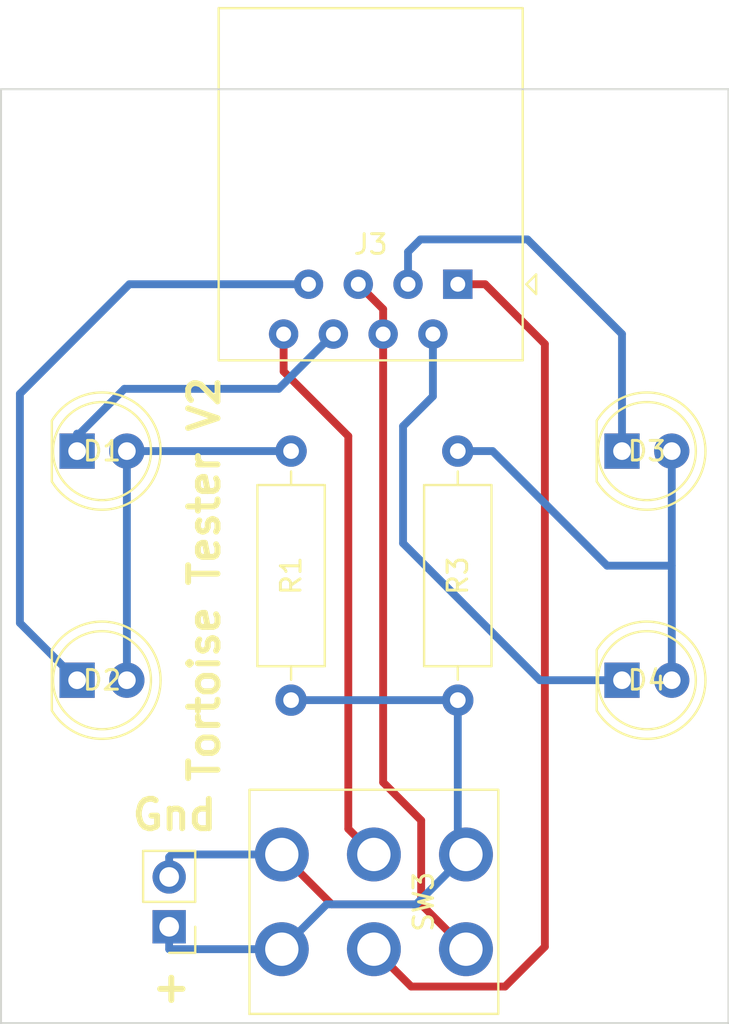
<source format=kicad_pcb>
(kicad_pcb (version 20221018) (generator pcbnew)
  (layers (0 "F.Cu" signal) (31 "B.Cu" signal) (34 "B.Paste" user) (35 "F.Paste" user) (36 "B.SilkS" user "B.Silkscreen") (37 "F.SilkS" user "F.Silkscreen") (38 "B.Mask" user) (39 "F.Mask" user) (44 "Edge.Cuts" user))
  (net 0 "")
  (net 1 "PA1")
  (net 2 "Net-(D1-A)")
  (net 3 "PA2")
  (net 4 "PB1")
  (net 5 "Net-(D3-A)")
  (net 6 "PB2")
  (net 7 "+VDC")
  (net 8 "WA")
  (net 9 "MB")
  (net 10 "MA")
  (footprint "LED_THT:LED_D5.0mm" (layer "F.Cu") (at 133.223 85.725)
    (fp_text reference "D2" (at 1.27 0) (layer "F.SilkS"))
    (fp_text value "LED")
    (fp_line (start -1.29 -1.545) (end -1.29 1.545) (stroke (width 0.12)) (layer "F.SilkS"))
    (fp_arc (start -1.29 -1.54483) (mid 2.072002 -2.880433) (end 4.26 0.000462) (stroke (width 0.12)) (layer "F.SilkS"))
    (fp_arc (start 4.26 -0.000462) (mid 2.072002 2.880433) (end -1.29 1.54483) (stroke (width 0.12)) (layer "F.SilkS"))
    (fp_circle (center 1.27 0) (end 3.77 0) (stroke (width 0.12)) (fill none) (layer "F.SilkS"))
    (pad "1" thru_hole rect (at 0 0) (size 1.8 1.8) (drill 0.9) (layers "*.Cu" "*.Mask") (net 3 "PA2"))
    (pad "2" thru_hole circle (at 2.54 0) (size 1.8 1.8) (drill 0.9) (layers "*.Cu" "*.Mask") (net 2 "Net-(D1-A)"))
  )
  (footprint "MountingHole:MountingHole_3.2mm_M3" (layer "F.Cu") (at 162.56 60.833)
    (fp_text reference "H2" hide)
    (fp_text value "MountingHole" hide)
    (pad "" np_thru_hole circle (at 0 0) (size 3.2 3.2) (drill 3.2) (layers "*.Cu" "*.Mask"))
  )
  (footprint "Resistor_THT:R_Axial_DIN0309_L9.0mm_D3.2mm_P12.70mm_Horizontal" (layer "F.Cu") (at 152.654 74.041 -90)
    (fp_text reference "R3" (at 6.35 0 90) (layer "F.SilkS"))
    (fp_text value "R")
    (fp_line (start 1.04 0) (end 1.73 0) (stroke (width 0.12)) (layer "F.SilkS"))
    (fp_line (start 1.73 -1.72) (end 1.73 1.72) (stroke (width 0.12)) (layer "F.SilkS"))
    (fp_line (start 1.73 1.72) (end 10.97 1.72) (stroke (width 0.12)) (layer "F.SilkS"))
    (fp_line (start 10.97 -1.72) (end 1.73 -1.72) (stroke (width 0.12)) (layer "F.SilkS"))
    (fp_line (start 10.97 1.72) (end 10.97 -1.72) (stroke (width 0.12)) (layer "F.SilkS"))
    (fp_line (start 11.66 0) (end 10.97 0) (stroke (width 0.12)) (layer "F.SilkS"))
    (pad "1" thru_hole circle (at 0 0 270) (size 1.6 1.6) (drill 0.8) (layers "*.Cu" "*.Mask") (net 5 "Net-(D3-A)"))
    (pad "2" thru_hole oval (at 12.7 0 270) (size 1.6 1.6) (drill 0.8) (layers "*.Cu" "*.Mask") (net 7 "+VDC"))
  )
  (footprint "Connector_PinHeader_2.54mm:PinHeader_1x02_P2.54mm_Vertical" (layer "F.Cu") (at 137.922 98.298 180)
    (fp_text reference "J2" hide)
    (fp_text value "Conn_01x02" hide)
    (fp_line (start -1.33 -1.33) (end 0 -1.33) (stroke (width 0.12)) (layer "F.SilkS"))
    (fp_line (start -1.33 0) (end -1.33 -1.33) (stroke (width 0.12)) (layer "F.SilkS"))
    (fp_line (start -1.33 1.27) (end -1.33 3.87) (stroke (width 0.12)) (layer "F.SilkS"))
    (fp_line (start -1.33 1.27) (end 1.33 1.27) (stroke (width 0.12)) (layer "F.SilkS"))
    (fp_line (start -1.33 3.87) (end 1.33 3.87) (stroke (width 0.12)) (layer "F.SilkS"))
    (fp_line (start 1.33 1.27) (end 1.33 3.87) (stroke (width 0.12)) (layer "F.SilkS"))
    (pad "1" thru_hole rect (at 0 0 180) (size 1.7 1.7) (drill 1) (layers "*.Cu" "*.Mask") (net 7 "+VDC"))
    (pad "2" thru_hole oval (at 0 2.54 180) (size 1.7 1.7) (drill 1) (layers "*.Cu" "*.Mask") (net 8 "WA"))
  )
  (footprint "LED_THT:LED_D5.0mm" (layer "F.Cu") (at 133.223 74.041)
    (fp_text reference "D1" (at 1.27 0) (layer "F.SilkS"))
    (fp_text value "LED")
    (fp_line (start -1.29 -1.545) (end -1.29 1.545) (stroke (width 0.12)) (layer "F.SilkS"))
    (fp_arc (start -1.29 -1.54483) (mid 2.072002 -2.880433) (end 4.26 0.000462) (stroke (width 0.12)) (layer "F.SilkS"))
    (fp_arc (start 4.26 -0.000462) (mid 2.072002 2.880433) (end -1.29 1.54483) (stroke (width 0.12)) (layer "F.SilkS"))
    (fp_circle (center 1.27 0) (end 3.77 0) (stroke (width 0.12)) (fill none) (layer "F.SilkS"))
    (pad "1" thru_hole rect (at 0 0) (size 1.8 1.8) (drill 0.9) (layers "*.Cu" "*.Mask") (net 1 "PA1"))
    (pad "2" thru_hole circle (at 2.54 0) (size 1.8 1.8) (drill 0.9) (layers "*.Cu" "*.Mask") (net 2 "Net-(D1-A)"))
  )
  (footprint "MountingHole:MountingHole_3.2mm_M3" (layer "F.Cu") (at 133.477 60.833)
    (fp_text reference "H1" hide)
    (fp_text value "MountingHole" hide)
    (pad "" np_thru_hole circle (at 0 0) (size 3.2 3.2) (drill 3.2) (layers "*.Cu" "*.Mask"))
  )
  (footprint "LED_THT:LED_D5.0mm" (layer "F.Cu") (at 161.036 74.041)
    (fp_text reference "D3" (at 1.27 0) (layer "F.SilkS"))
    (fp_text value "LED")
    (fp_line (start -1.29 -1.545) (end -1.29 1.545) (stroke (width 0.12)) (layer "F.SilkS"))
    (fp_arc (start -1.29 -1.54483) (mid 2.072002 -2.880433) (end 4.26 0.000462) (stroke (width 0.12)) (layer "F.SilkS"))
    (fp_arc (start 4.26 -0.000462) (mid 2.072002 2.880433) (end -1.29 1.54483) (stroke (width 0.12)) (layer "F.SilkS"))
    (fp_circle (center 1.27 0) (end 3.77 0) (stroke (width 0.12)) (fill none) (layer "F.SilkS"))
    (pad "1" thru_hole rect (at 0 0) (size 1.8 1.8) (drill 0.9) (layers "*.Cu" "*.Mask") (net 4 "PB1"))
    (pad "2" thru_hole circle (at 2.54 0) (size 1.8 1.8) (drill 0.9) (layers "*.Cu" "*.Mask") (net 5 "Net-(D3-A)"))
  )
  (footprint "Resistor_THT:R_Axial_DIN0309_L9.0mm_D3.2mm_P12.70mm_Horizontal" (layer "F.Cu") (at 144.145 74.041 -90)
    (fp_text reference "R1" (at 6.35 0 90) (layer "F.SilkS"))
    (fp_text value "R")
    (fp_line (start 1.04 0) (end 1.73 0) (stroke (width 0.12)) (layer "F.SilkS"))
    (fp_line (start 1.73 -1.72) (end 1.73 1.72) (stroke (width 0.12)) (layer "F.SilkS"))
    (fp_line (start 1.73 1.72) (end 10.97 1.72) (stroke (width 0.12)) (layer "F.SilkS"))
    (fp_line (start 10.97 -1.72) (end 1.73 -1.72) (stroke (width 0.12)) (layer "F.SilkS"))
    (fp_line (start 10.97 1.72) (end 10.97 -1.72) (stroke (width 0.12)) (layer "F.SilkS"))
    (fp_line (start 11.66 0) (end 10.97 0) (stroke (width 0.12)) (layer "F.SilkS"))
    (pad "1" thru_hole circle (at 0 0 270) (size 1.6 1.6) (drill 0.8) (layers "*.Cu" "*.Mask") (net 2 "Net-(D1-A)"))
    (pad "2" thru_hole oval (at 12.7 0 270) (size 1.6 1.6) (drill 0.8) (layers "*.Cu" "*.Mask") (net 7 "+VDC"))
  )
  (footprint "my footprints:DPDT Switch PTH" (layer "F.Cu") (at 148.3715 97.026 90)
    (fp_text reference "SW3" (at 0 2.54 90 unlocked) (layer "F.SilkS"))
    (fp_text value "SW_DPDT_x2")
    (fp_rect (start -5.715 -6.35) (end 5.715 6.35) (stroke (width 0.12)) (fill none) (layer "F.SilkS"))
    (pad "1" thru_hole circle (at -2.415 -4.7 90) (size 2.75 2.75) (drill 1.7) (layers "*.Cu" "*.Mask") (net 7 "+VDC"))
    (pad "2" thru_hole circle (at -2.415 0 90) (size 2.75 2.75) (drill 1.7) (layers "*.Cu" "*.Mask") (net 9 "MB"))
    (pad "3" thru_hole circle (at -2.415 4.7 90) (size 2.75 2.75) (drill 1.7) (layers "*.Cu" "*.Mask") (net 8 "WA"))
    (pad "4" thru_hole circle (at 2.415 -4.7 90) (size 2.75 2.75) (drill 1.7) (layers "*.Cu" "*.Mask") (net 8 "WA"))
    (pad "5" thru_hole circle (at 2.415 0 90) (size 2.75 2.75) (drill 1.7) (layers "*.Cu" "*.Mask") (net 10 "MA"))
    (pad "6" thru_hole circle (at 2.415 4.7 90) (size 2.75 2.75) (drill 1.7) (layers "*.Cu" "*.Mask") (net 7 "+VDC"))
  )
  (footprint "Connector_RJ:RJ45_Amphenol_54602-x08_Horizontal" (layer "F.Cu") (at 152.654 65.532 180)
    (fp_text reference "J3" (at 4.445 2.032) (layer "F.SilkS"))
    (fp_text value "RJ45")
    (fp_line (start -4 -0.5) (end -4 0.5) (stroke (width 0.12)) (layer "F.SilkS"))
    (fp_line (start -4 0.5) (end -3.5 0) (stroke (width 0.12)) (layer "F.SilkS"))
    (fp_line (start -3.5 0) (end -4 -0.5) (stroke (width 0.12)) (layer "F.SilkS"))
    (fp_line (start -3.315 -3.88) (end -3.315 14.08) (stroke (width 0.12)) (layer "F.SilkS"))
    (fp_line (start -3.315 14.08) (end 12.205 14.08) (stroke (width 0.12)) (layer "F.SilkS"))
    (fp_line (start 12.205 -3.88) (end -3.315 -3.88) (stroke (width 0.12)) (layer "F.SilkS"))
    (fp_line (start 12.205 -3.88) (end 12.205 14.08) (stroke (width 0.12)) (layer "F.SilkS"))
    (pad "" np_thru_hole circle (at -1.27 6.35 180) (size 3.2 3.2) (drill 3.2) (layers "*.Cu" "*.Mask"))
    (pad "" np_thru_hole circle (at 10.16 6.35 180) (size 3.2 3.2) (drill 3.2) (layers "*.Cu" "*.Mask"))
    (pad "1" thru_hole rect (at 0 0 180) (size 1.5 1.5) (drill 0.76) (layers "*.Cu" "*.Mask") (net 9 "MB"))
    (pad "2" thru_hole circle (at 1.27 -2.54 180) (size 1.5 1.5) (drill 0.76) (layers "*.Cu" "*.Mask") (net 6 "PB2"))
    (pad "3" thru_hole circle (at 2.54 0 180) (size 1.5 1.5) (drill 0.76) (layers "*.Cu" "*.Mask") (net 4 "PB1"))
    (pad "4" thru_hole circle (at 3.81 -2.54 180) (size 1.5 1.5) (drill 0.76) (layers "*.Cu" "*.Mask") (net 8 "WA"))
    (pad "5" thru_hole circle (at 5.08 0 180) (size 1.5 1.5) (drill 0.76) (layers "*.Cu" "*.Mask") (net 8 "WA"))
    (pad "6" thru_hole circle (at 6.35 -2.54 180) (size 1.5 1.5) (drill 0.76) (layers "*.Cu" "*.Mask") (net 1 "PA1"))
    (pad "7" thru_hole circle (at 7.62 0 180) (size 1.5 1.5) (drill 0.76) (layers "*.Cu" "*.Mask") (net 3 "PA2"))
    (pad "8" thru_hole circle (at 8.89 -2.54 180) (size 1.5 1.5) (drill 0.76) (layers "*.Cu" "*.Mask") (net 10 "MA"))
  )
  (footprint "LED_THT:LED_D5.0mm" (layer "F.Cu") (at 161.036 85.725)
    (fp_text reference "D4" (at 1.27 0) (layer "F.SilkS"))
    (fp_text value "LED")
    (fp_line (start -1.29 -1.545) (end -1.29 1.545) (stroke (width 0.12)) (layer "F.SilkS"))
    (fp_arc (start -1.29 -1.54483) (mid 2.072002 -2.880433) (end 4.26 0.000462) (stroke (width 0.12)) (layer "F.SilkS"))
    (fp_arc (start 4.26 -0.000462) (mid 2.072002 2.880433) (end -1.29 1.54483) (stroke (width 0.12)) (layer "F.SilkS"))
    (fp_circle (center 1.27 0) (end 3.77 0) (stroke (width 0.12)) (fill none) (layer "F.SilkS"))
    (pad "1" thru_hole rect (at 0 0) (size 1.8 1.8) (drill 0.9) (layers "*.Cu" "*.Mask") (net 6 "PB2"))
    (pad "2" thru_hole circle (at 2.54 0) (size 1.8 1.8) (drill 0.9) (layers "*.Cu" "*.Mask") (net 5 "Net-(D3-A)"))
  )
  (gr_line (start 166.4716 103.2129) (end 129.3368 103.2129) (stroke (width 0.1)) (layer "Edge.Cuts"))
  (gr_line (start 166.4716 55.5879) (end 166.4716 103.2129) (stroke (width 0.1)) (layer "Edge.Cuts"))
  (gr_line (start 129.3368 55.5879) (end 166.4716 55.5879) (stroke (width 0.1)) (layer "Edge.Cuts"))
  (gr_line (start 129.3368 103.2129) (end 129.3368 55.5879) (stroke (width 0.1)) (layer "Edge.Cuts"))
  (gr_text "Tortoise Tester V2" (at 140.589 91.059 90) (layer "F.SilkS") (effects (font (size 1.5 1.5) (thickness 0.3) bold) (justify left bottom)))
  (gr_text "+" (at 136.906 102.235) (layer "F.SilkS") (effects (font (size 1.5 1.5) (thickness 0.3) bold) (justify left bottom)))
  (gr_text "Gnd" (at 135.89 93.472) (layer "F.SilkS") (effects (font (size 1.5 1.5) (thickness 0.3) bold) (justify left bottom)))
  (segment (start 133.35 73.152) (end 135.636 70.866) (width 0.4) (layer "B.Cu") (net 1))
  (segment (start 133.223 73.152) (end 133.35 73.152) (width 0.4) (layer "B.Cu") (net 1))
  (segment (start 143.51 70.866) (end 146.304 68.072) (width 0.4) (layer "B.Cu") (net 1))
  (segment (start 133.223 74.041) (end 133.223 73.152) (width 0.4) (layer "B.Cu") (net 1))
  (segment (start 135.636 70.866) (end 143.51 70.866) (width 0.4) (layer "B.Cu") (net 1))
  (segment (start 135.763 74.041) (end 135.763 85.725) (width 0.4) (layer "B.Cu") (net 2))
  (segment (start 135.763 74.041) (end 144.145 74.041) (width 0.4) (layer "B.Cu") (net 2))
  (segment (start 130.302 82.804) (end 130.302 71.12) (width 0.4) (layer "B.Cu") (net 3))
  (segment (start 133.223 85.725) (end 130.302 82.804) (width 0.4) (layer "B.Cu") (net 3))
  (segment (start 135.89 65.532) (end 145.034 65.532) (width 0.4) (layer "B.Cu") (net 3))
  (segment (start 130.302 71.12) (end 135.89 65.532) (width 0.4) (layer "B.Cu") (net 3))
  (segment (start 156.21 63.246) (end 161.036 68.072) (width 0.4) (layer "B.Cu") (net 4))
  (segment (start 150.114 63.881) (end 150.749 63.246) (width 0.4) (layer "B.Cu") (net 4))
  (segment (start 150.749 63.246) (end 156.21 63.246) (width 0.4) (layer "B.Cu") (net 4))
  (segment (start 161.036 68.072) (end 161.036 74.041) (width 0.4) (layer "B.Cu") (net 4))
  (segment (start 150.114 65.532) (end 150.114 63.881) (width 0.4) (layer "B.Cu") (net 4))
  (segment (start 154.432 74.041) (end 160.274 79.883) (width 0.4) (layer "B.Cu") (net 5))
  (segment (start 160.274 79.883) (end 163.576 79.883) (width 0.4) (layer "B.Cu") (net 5))
  (segment (start 163.576 74.041) (end 163.576 79.883) (width 0.4) (layer "B.Cu") (net 5))
  (segment (start 152.654 74.041) (end 154.432 74.041) (width 0.4) (layer "B.Cu") (net 5))
  (segment (start 163.576 79.883) (end 163.576 85.725) (width 0.4) (layer "B.Cu") (net 5))
  (segment (start 149.86 78.74) (end 156.845 85.725) (width 0.4) (layer "B.Cu") (net 6))
  (segment (start 151.384 68.072) (end 151.384 71.247) (width 0.4) (layer "B.Cu") (net 6))
  (segment (start 151.384 71.247) (end 149.86 72.771) (width 0.4) (layer "B.Cu") (net 6))
  (segment (start 156.845 85.725) (end 161.036 85.725) (width 0.4) (layer "B.Cu") (net 6))
  (segment (start 149.86 72.771) (end 149.86 78.74) (width 0.4) (layer "B.Cu") (net 6))
  (segment (start 137.922 98.298) (end 137.922 99.441) (width 0.4) (layer "B.Cu") (net 7))
  (segment (start 150.5275 97.155) (end 153.0715 94.611) (width 0.4) (layer "B.Cu") (net 7))
  (segment (start 145.9575 97.155) (end 150.5275 97.155) (width 0.4) (layer "B.Cu") (net 7))
  (segment (start 144.145 86.741) (end 152.654 86.741) (width 0.4) (layer "B.Cu") (net 7))
  (segment (start 143.6715 99.441) (end 145.9575 97.155) (width 0.4) (layer "B.Cu") (net 7))
  (segment (start 137.922 99.441) (end 143.6715 99.441) (width 0.4) (layer "B.Cu") (net 7))
  (segment (start 152.654 86.741) (end 152.654 94.1935) (width 0.4) (layer "B.Cu") (net 7))
  (segment (start 143.6665 99.446) (end 143.6715 99.441) (width 0.4) (layer "B.Cu") (net 7))
  (segment (start 152.654 94.1935) (end 153.0715 94.611) (width 0.4) (layer "B.Cu") (net 7))
  (segment (start 148.844 68.072) (end 148.844 66.802) (width 0.4) (layer "F.Cu") (net 8))
  (segment (start 150.7855 92.8735) (end 150.7855 97.155) (width 0.4) (layer "F.Cu") (net 8))
  (segment (start 148.844 68.072) (end 148.844 90.932) (width 0.4) (layer "F.Cu") (net 8))
  (segment (start 148.844 90.932) (end 150.7855 92.8735) (width 0.4) (layer "F.Cu") (net 8))
  (segment (start 148.844 66.802) (end 147.574 65.532) (width 0.4) (layer "F.Cu") (net 8))
  (segment (start 146.2155 97.155) (end 150.7855 97.155) (width 0.4) (layer "F.Cu") (net 8))
  (segment (start 150.7855 97.155) (end 153.0715 99.441) (width 0.4) (layer "F.Cu") (net 8))
  (segment (start 143.6715 94.611) (end 146.2155 97.155) (width 0.4) (layer "F.Cu") (net 8))
  (segment (start 143.6715 94.611) (end 138.053 94.611) (width 0.4) (layer "B.Cu") (net 8))
  (segment (start 143.4265 94.366) (end 143.6715 94.611) (width 0.4) (layer "B.Cu") (net 8))
  (segment (start 137.922 95.758) (end 137.922 94.742) (width 0.4) (layer "B.Cu") (net 8))
  (segment (start 137.922 94.742) (end 138.053 94.611) (width 0.4) (layer "B.Cu") (net 8))
  (segment (start 155.067 101.346) (end 150.2765 101.346) (width 0.4) (layer "F.Cu") (net 9))
  (segment (start 157.099 68.58) (end 157.099 99.314) (width 0.4) (layer "F.Cu") (net 9))
  (segment (start 152.654 65.532) (end 154.051 65.532) (width 0.4) (layer "F.Cu") (net 9))
  (segment (start 154.051 65.532) (end 157.099 68.58) (width 0.4) (layer "F.Cu") (net 9))
  (segment (start 150.2765 101.346) (end 148.3715 99.441) (width 0.4) (layer "F.Cu") (net 9))
  (segment (start 157.099 99.314) (end 155.067 101.346) (width 0.4) (layer "F.Cu") (net 9))
  (segment (start 147.066 93.3055) (end 147.066 73.279) (width 0.4) (layer "F.Cu") (net 10))
  (segment (start 143.764 69.977) (end 143.764 68.072) (width 0.4) (layer "F.Cu") (net 10))
  (segment (start 148.3715 94.611) (end 147.066 93.3055) (width 0.4) (layer "F.Cu") (net 10))
  (segment (start 147.066 73.279) (end 143.764 69.977) (width 0.4) (layer "F.Cu") (net 10))
)
</source>
